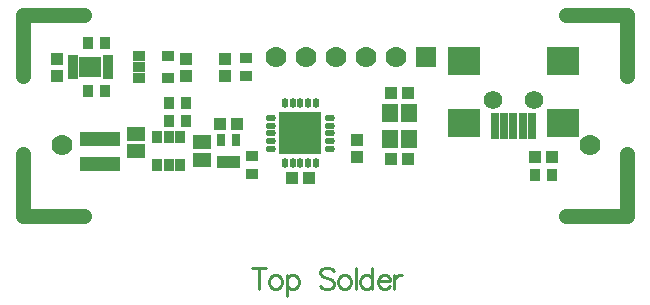
<source format=gts>
%FSLAX24Y24*%
%MOIN*%
G70*
G01*
G75*
G04 Layer_Color=8388736*
%ADD10O,0.0138X0.0256*%
%ADD11O,0.0256X0.0138*%
%ADD12R,0.1339X0.1339*%
%ADD13R,0.0354X0.0276*%
%ADD14R,0.0354X0.0315*%
%ADD15R,0.0551X0.0433*%
%ADD16R,0.0315X0.0354*%
%ADD17R,0.0276X0.0354*%
%ADD18R,0.0984X0.0866*%
%ADD19R,0.0197X0.0787*%
%ADD20R,0.0689X0.0571*%
%ADD21R,0.0295X0.0118*%
%ADD22R,0.0256X0.0354*%
%ADD23R,0.0453X0.0551*%
%ADD24R,0.0177X0.0315*%
%ADD25R,0.1260X0.0433*%
%ADD26R,0.0354X0.0256*%
%ADD27C,0.0100*%
%ADD28C,0.0150*%
%ADD29C,0.0200*%
%ADD30C,0.0180*%
%ADD31C,0.0300*%
%ADD32C,0.0130*%
%ADD33C,0.0500*%
%ADD34R,0.0620X0.0620*%
%ADD35C,0.0620*%
%ADD36C,0.0350*%
%ADD37C,0.0098*%
%ADD38C,0.0098*%
%ADD39C,0.0050*%
%ADD40C,0.0079*%
%ADD41C,0.0060*%
%ADD42O,0.0218X0.0336*%
%ADD43O,0.0336X0.0218*%
%ADD44R,0.1419X0.1419*%
%ADD45R,0.0434X0.0356*%
%ADD46R,0.0434X0.0395*%
%ADD47R,0.0631X0.0513*%
%ADD48R,0.0395X0.0434*%
%ADD49R,0.0356X0.0434*%
%ADD50R,0.1064X0.0946*%
%ADD51R,0.0277X0.0867*%
%ADD52R,0.0769X0.0651*%
%ADD53R,0.0375X0.0198*%
%ADD54R,0.0336X0.0434*%
%ADD55R,0.0533X0.0631*%
%ADD56R,0.0257X0.0395*%
%ADD57R,0.1340X0.0513*%
%ADD58R,0.0434X0.0336*%
%ADD59R,0.0700X0.0700*%
%ADD60C,0.0700*%
D27*
X7633Y-2000D02*
Y-2700D01*
X7400Y-2000D02*
X7867D01*
X8117Y-2233D02*
X8050Y-2267D01*
X7983Y-2333D01*
X7950Y-2433D01*
Y-2500D01*
X7983Y-2600D01*
X8050Y-2667D01*
X8117Y-2700D01*
X8216D01*
X8283Y-2667D01*
X8350Y-2600D01*
X8383Y-2500D01*
Y-2433D01*
X8350Y-2333D01*
X8283Y-2267D01*
X8216Y-2233D01*
X8117D01*
X8536D02*
Y-2933D01*
Y-2333D02*
X8603Y-2267D01*
X8670Y-2233D01*
X8770D01*
X8836Y-2267D01*
X8903Y-2333D01*
X8936Y-2433D01*
Y-2500D01*
X8903Y-2600D01*
X8836Y-2667D01*
X8770Y-2700D01*
X8670D01*
X8603Y-2667D01*
X8536Y-2600D01*
X10103Y-2100D02*
X10036Y-2033D01*
X9936Y-2000D01*
X9803D01*
X9703Y-2033D01*
X9636Y-2100D01*
Y-2167D01*
X9670Y-2233D01*
X9703Y-2267D01*
X9769Y-2300D01*
X9969Y-2367D01*
X10036Y-2400D01*
X10069Y-2433D01*
X10103Y-2500D01*
Y-2600D01*
X10036Y-2667D01*
X9936Y-2700D01*
X9803D01*
X9703Y-2667D01*
X9636Y-2600D01*
X10426Y-2233D02*
X10359Y-2267D01*
X10293Y-2333D01*
X10259Y-2433D01*
Y-2500D01*
X10293Y-2600D01*
X10359Y-2667D01*
X10426Y-2700D01*
X10526D01*
X10593Y-2667D01*
X10659Y-2600D01*
X10693Y-2500D01*
Y-2433D01*
X10659Y-2333D01*
X10593Y-2267D01*
X10526Y-2233D01*
X10426D01*
X10846Y-2000D02*
Y-2700D01*
X11392Y-2000D02*
Y-2700D01*
Y-2333D02*
X11326Y-2267D01*
X11259Y-2233D01*
X11159D01*
X11093Y-2267D01*
X11026Y-2333D01*
X10993Y-2433D01*
Y-2500D01*
X11026Y-2600D01*
X11093Y-2667D01*
X11159Y-2700D01*
X11259D01*
X11326Y-2667D01*
X11392Y-2600D01*
X11579Y-2433D02*
X11979D01*
Y-2367D01*
X11946Y-2300D01*
X11912Y-2267D01*
X11846Y-2233D01*
X11746D01*
X11679Y-2267D01*
X11612Y-2333D01*
X11579Y-2433D01*
Y-2500D01*
X11612Y-2600D01*
X11679Y-2667D01*
X11746Y-2700D01*
X11846D01*
X11912Y-2667D01*
X11979Y-2600D01*
X12129Y-2233D02*
Y-2700D01*
Y-2433D02*
X12162Y-2333D01*
X12229Y-2267D01*
X12296Y-2233D01*
X12396D01*
D33*
X-250Y6450D02*
X1800D01*
X-250Y4400D02*
Y6450D01*
X19890Y4400D02*
Y6450D01*
X17840D02*
X19890D01*
X17840Y-250D02*
X19890D01*
Y1800D01*
X-250Y-250D02*
Y1800D01*
Y-250D02*
X1800D01*
D35*
X15411Y3624D02*
D03*
X16789D02*
D03*
D42*
X9512Y3494D02*
D03*
X9256D02*
D03*
X9000D02*
D03*
X8744D02*
D03*
X8488D02*
D03*
X8488Y1506D02*
D03*
X8744D02*
D03*
X9000D02*
D03*
X9256D02*
D03*
X9512D02*
D03*
D43*
X8006Y3012D02*
D03*
Y2756D02*
D03*
Y2500D02*
D03*
Y2244D02*
D03*
Y1988D02*
D03*
X9994Y1988D02*
D03*
Y2244D02*
D03*
Y2500D02*
D03*
Y2756D02*
D03*
Y3012D02*
D03*
D44*
X9000Y2500D02*
D03*
D45*
X7200Y4995D02*
D03*
Y4405D02*
D03*
X7400Y1745D02*
D03*
Y1155D02*
D03*
D46*
X5200Y4424D02*
D03*
Y4976D02*
D03*
X10900Y2276D02*
D03*
Y1724D02*
D03*
X6500Y4976D02*
D03*
Y4424D02*
D03*
X900Y4424D02*
D03*
Y4976D02*
D03*
D47*
X5703Y2195D02*
D03*
Y1605D02*
D03*
X3503Y2491D02*
D03*
Y1900D02*
D03*
D48*
X17376Y1700D02*
D03*
X16824D02*
D03*
X9276Y1000D02*
D03*
X8724D02*
D03*
X6324Y2800D02*
D03*
X6876D02*
D03*
X12576Y1656D02*
D03*
X12024D02*
D03*
Y3856D02*
D03*
X12576D02*
D03*
D49*
X17395Y1100D02*
D03*
X16805D02*
D03*
X4605Y2900D02*
D03*
X5195D02*
D03*
Y3500D02*
D03*
X4605D02*
D03*
X2495Y3900D02*
D03*
X1905D02*
D03*
X2495Y5500D02*
D03*
X1905D02*
D03*
D50*
X14446Y4923D02*
D03*
X17754D02*
D03*
Y2836D02*
D03*
X14446D02*
D03*
D51*
X16730Y2738D02*
D03*
X16415D02*
D03*
X16100D02*
D03*
X15785D02*
D03*
X15470D02*
D03*
D52*
X1997Y4700D02*
D03*
D53*
X1426Y4405D02*
D03*
Y4602D02*
D03*
Y4798D02*
D03*
Y4995D02*
D03*
X2568D02*
D03*
Y4798D02*
D03*
Y4602D02*
D03*
Y4405D02*
D03*
D54*
X4229Y1428D02*
D03*
X4603D02*
D03*
X4977D02*
D03*
Y2372D02*
D03*
X4603D02*
D03*
X4229D02*
D03*
D55*
X12615Y2323D02*
D03*
Y3189D02*
D03*
X11985D02*
D03*
Y2323D02*
D03*
D56*
X6344Y2274D02*
D03*
Y1526D02*
D03*
X6600D02*
D03*
X6856D02*
D03*
Y2274D02*
D03*
D57*
X2303Y2313D02*
D03*
Y1487D02*
D03*
D58*
X3628Y5074D02*
D03*
Y4700D02*
D03*
Y4326D02*
D03*
X4572D02*
D03*
Y5074D02*
D03*
D59*
X13200Y5050D02*
D03*
D60*
X12200D02*
D03*
X11200D02*
D03*
X10200D02*
D03*
X9200D02*
D03*
X8200D02*
D03*
X1040Y2100D02*
D03*
X18640D02*
D03*
M02*

</source>
